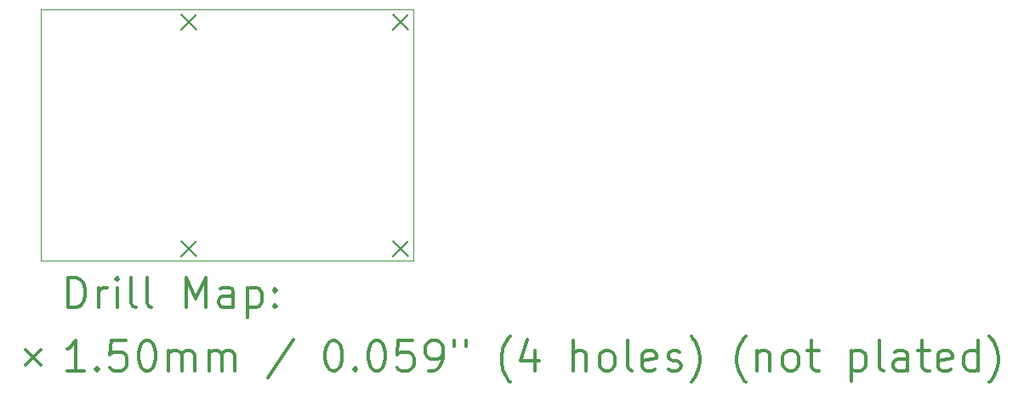
<source format=gbr>
%FSLAX45Y45*%
G04 Gerber Fmt 4.5, Leading zero omitted, Abs format (unit mm)*
G04 Created by KiCad (PCBNEW 4.0.4-stable) date 03/24/17 22:57:51*
%MOMM*%
%LPD*%
G01*
G04 APERTURE LIST*
%ADD10C,0.127000*%
%ADD11C,0.025000*%
%ADD12C,0.200000*%
%ADD13C,0.300000*%
G04 APERTURE END LIST*
D10*
D11*
X16560800Y-6050280D02*
X12857480Y-6050280D01*
X16560800Y-8554720D02*
X16560800Y-6050280D01*
X12857480Y-8554720D02*
X16560800Y-8554720D01*
X12857480Y-6050280D02*
X12857480Y-8554720D01*
D12*
X14250600Y-6097200D02*
X14400600Y-6247200D01*
X14400600Y-6097200D02*
X14250600Y-6247200D01*
X14250600Y-8357800D02*
X14400600Y-8507800D01*
X14400600Y-8357800D02*
X14250600Y-8507800D01*
X16358800Y-6097200D02*
X16508800Y-6247200D01*
X16508800Y-6097200D02*
X16358800Y-6247200D01*
X16358800Y-8357800D02*
X16508800Y-8507800D01*
X16508800Y-8357800D02*
X16358800Y-8507800D01*
D13*
X13127658Y-9021684D02*
X13127658Y-8721684D01*
X13199087Y-8721684D01*
X13241944Y-8735970D01*
X13270516Y-8764542D01*
X13284801Y-8793113D01*
X13299087Y-8850256D01*
X13299087Y-8893113D01*
X13284801Y-8950256D01*
X13270516Y-8978827D01*
X13241944Y-9007399D01*
X13199087Y-9021684D01*
X13127658Y-9021684D01*
X13427658Y-9021684D02*
X13427658Y-8821684D01*
X13427658Y-8878827D02*
X13441944Y-8850256D01*
X13456230Y-8835970D01*
X13484801Y-8821684D01*
X13513373Y-8821684D01*
X13613373Y-9021684D02*
X13613373Y-8821684D01*
X13613373Y-8721684D02*
X13599087Y-8735970D01*
X13613373Y-8750256D01*
X13627658Y-8735970D01*
X13613373Y-8721684D01*
X13613373Y-8750256D01*
X13799087Y-9021684D02*
X13770516Y-9007399D01*
X13756230Y-8978827D01*
X13756230Y-8721684D01*
X13956230Y-9021684D02*
X13927658Y-9007399D01*
X13913373Y-8978827D01*
X13913373Y-8721684D01*
X14299087Y-9021684D02*
X14299087Y-8721684D01*
X14399087Y-8935970D01*
X14499087Y-8721684D01*
X14499087Y-9021684D01*
X14770516Y-9021684D02*
X14770516Y-8864542D01*
X14756230Y-8835970D01*
X14727658Y-8821684D01*
X14670516Y-8821684D01*
X14641944Y-8835970D01*
X14770516Y-9007399D02*
X14741944Y-9021684D01*
X14670516Y-9021684D01*
X14641944Y-9007399D01*
X14627658Y-8978827D01*
X14627658Y-8950256D01*
X14641944Y-8921684D01*
X14670516Y-8907399D01*
X14741944Y-8907399D01*
X14770516Y-8893113D01*
X14913373Y-8821684D02*
X14913373Y-9121684D01*
X14913373Y-8835970D02*
X14941944Y-8821684D01*
X14999087Y-8821684D01*
X15027658Y-8835970D01*
X15041944Y-8850256D01*
X15056230Y-8878827D01*
X15056230Y-8964542D01*
X15041944Y-8993113D01*
X15027658Y-9007399D01*
X14999087Y-9021684D01*
X14941944Y-9021684D01*
X14913373Y-9007399D01*
X15184801Y-8993113D02*
X15199087Y-9007399D01*
X15184801Y-9021684D01*
X15170516Y-9007399D01*
X15184801Y-8993113D01*
X15184801Y-9021684D01*
X15184801Y-8835970D02*
X15199087Y-8850256D01*
X15184801Y-8864542D01*
X15170516Y-8850256D01*
X15184801Y-8835970D01*
X15184801Y-8864542D01*
X12706230Y-9440970D02*
X12856230Y-9590970D01*
X12856230Y-9440970D02*
X12706230Y-9590970D01*
X13284801Y-9651684D02*
X13113373Y-9651684D01*
X13199087Y-9651684D02*
X13199087Y-9351684D01*
X13170516Y-9394542D01*
X13141944Y-9423113D01*
X13113373Y-9437399D01*
X13413373Y-9623113D02*
X13427658Y-9637399D01*
X13413373Y-9651684D01*
X13399087Y-9637399D01*
X13413373Y-9623113D01*
X13413373Y-9651684D01*
X13699087Y-9351684D02*
X13556230Y-9351684D01*
X13541944Y-9494542D01*
X13556230Y-9480256D01*
X13584801Y-9465970D01*
X13656230Y-9465970D01*
X13684801Y-9480256D01*
X13699087Y-9494542D01*
X13713373Y-9523113D01*
X13713373Y-9594542D01*
X13699087Y-9623113D01*
X13684801Y-9637399D01*
X13656230Y-9651684D01*
X13584801Y-9651684D01*
X13556230Y-9637399D01*
X13541944Y-9623113D01*
X13899087Y-9351684D02*
X13927658Y-9351684D01*
X13956230Y-9365970D01*
X13970516Y-9380256D01*
X13984801Y-9408827D01*
X13999087Y-9465970D01*
X13999087Y-9537399D01*
X13984801Y-9594542D01*
X13970516Y-9623113D01*
X13956230Y-9637399D01*
X13927658Y-9651684D01*
X13899087Y-9651684D01*
X13870516Y-9637399D01*
X13856230Y-9623113D01*
X13841944Y-9594542D01*
X13827658Y-9537399D01*
X13827658Y-9465970D01*
X13841944Y-9408827D01*
X13856230Y-9380256D01*
X13870516Y-9365970D01*
X13899087Y-9351684D01*
X14127658Y-9651684D02*
X14127658Y-9451684D01*
X14127658Y-9480256D02*
X14141944Y-9465970D01*
X14170516Y-9451684D01*
X14213373Y-9451684D01*
X14241944Y-9465970D01*
X14256230Y-9494542D01*
X14256230Y-9651684D01*
X14256230Y-9494542D02*
X14270516Y-9465970D01*
X14299087Y-9451684D01*
X14341944Y-9451684D01*
X14370516Y-9465970D01*
X14384801Y-9494542D01*
X14384801Y-9651684D01*
X14527658Y-9651684D02*
X14527658Y-9451684D01*
X14527658Y-9480256D02*
X14541944Y-9465970D01*
X14570516Y-9451684D01*
X14613373Y-9451684D01*
X14641944Y-9465970D01*
X14656230Y-9494542D01*
X14656230Y-9651684D01*
X14656230Y-9494542D02*
X14670516Y-9465970D01*
X14699087Y-9451684D01*
X14741944Y-9451684D01*
X14770516Y-9465970D01*
X14784801Y-9494542D01*
X14784801Y-9651684D01*
X15370516Y-9337399D02*
X15113373Y-9723113D01*
X15756230Y-9351684D02*
X15784801Y-9351684D01*
X15813373Y-9365970D01*
X15827658Y-9380256D01*
X15841944Y-9408827D01*
X15856230Y-9465970D01*
X15856230Y-9537399D01*
X15841944Y-9594542D01*
X15827658Y-9623113D01*
X15813373Y-9637399D01*
X15784801Y-9651684D01*
X15756230Y-9651684D01*
X15727658Y-9637399D01*
X15713373Y-9623113D01*
X15699087Y-9594542D01*
X15684801Y-9537399D01*
X15684801Y-9465970D01*
X15699087Y-9408827D01*
X15713373Y-9380256D01*
X15727658Y-9365970D01*
X15756230Y-9351684D01*
X15984801Y-9623113D02*
X15999087Y-9637399D01*
X15984801Y-9651684D01*
X15970516Y-9637399D01*
X15984801Y-9623113D01*
X15984801Y-9651684D01*
X16184801Y-9351684D02*
X16213373Y-9351684D01*
X16241944Y-9365970D01*
X16256230Y-9380256D01*
X16270515Y-9408827D01*
X16284801Y-9465970D01*
X16284801Y-9537399D01*
X16270515Y-9594542D01*
X16256230Y-9623113D01*
X16241944Y-9637399D01*
X16213373Y-9651684D01*
X16184801Y-9651684D01*
X16156230Y-9637399D01*
X16141944Y-9623113D01*
X16127658Y-9594542D01*
X16113373Y-9537399D01*
X16113373Y-9465970D01*
X16127658Y-9408827D01*
X16141944Y-9380256D01*
X16156230Y-9365970D01*
X16184801Y-9351684D01*
X16556230Y-9351684D02*
X16413373Y-9351684D01*
X16399087Y-9494542D01*
X16413373Y-9480256D01*
X16441944Y-9465970D01*
X16513373Y-9465970D01*
X16541944Y-9480256D01*
X16556230Y-9494542D01*
X16570515Y-9523113D01*
X16570515Y-9594542D01*
X16556230Y-9623113D01*
X16541944Y-9637399D01*
X16513373Y-9651684D01*
X16441944Y-9651684D01*
X16413373Y-9637399D01*
X16399087Y-9623113D01*
X16713373Y-9651684D02*
X16770515Y-9651684D01*
X16799087Y-9637399D01*
X16813373Y-9623113D01*
X16841944Y-9580256D01*
X16856230Y-9523113D01*
X16856230Y-9408827D01*
X16841944Y-9380256D01*
X16827658Y-9365970D01*
X16799087Y-9351684D01*
X16741944Y-9351684D01*
X16713373Y-9365970D01*
X16699087Y-9380256D01*
X16684801Y-9408827D01*
X16684801Y-9480256D01*
X16699087Y-9508827D01*
X16713373Y-9523113D01*
X16741944Y-9537399D01*
X16799087Y-9537399D01*
X16827658Y-9523113D01*
X16841944Y-9508827D01*
X16856230Y-9480256D01*
X16970516Y-9351684D02*
X16970516Y-9408827D01*
X17084801Y-9351684D02*
X17084801Y-9408827D01*
X17527658Y-9765970D02*
X17513373Y-9751684D01*
X17484801Y-9708827D01*
X17470516Y-9680256D01*
X17456230Y-9637399D01*
X17441944Y-9565970D01*
X17441944Y-9508827D01*
X17456230Y-9437399D01*
X17470516Y-9394542D01*
X17484801Y-9365970D01*
X17513373Y-9323113D01*
X17527658Y-9308827D01*
X17770516Y-9451684D02*
X17770516Y-9651684D01*
X17699087Y-9337399D02*
X17627658Y-9551684D01*
X17813373Y-9551684D01*
X18156230Y-9651684D02*
X18156230Y-9351684D01*
X18284801Y-9651684D02*
X18284801Y-9494542D01*
X18270516Y-9465970D01*
X18241944Y-9451684D01*
X18199087Y-9451684D01*
X18170516Y-9465970D01*
X18156230Y-9480256D01*
X18470516Y-9651684D02*
X18441944Y-9637399D01*
X18427658Y-9623113D01*
X18413373Y-9594542D01*
X18413373Y-9508827D01*
X18427658Y-9480256D01*
X18441944Y-9465970D01*
X18470516Y-9451684D01*
X18513373Y-9451684D01*
X18541944Y-9465970D01*
X18556230Y-9480256D01*
X18570516Y-9508827D01*
X18570516Y-9594542D01*
X18556230Y-9623113D01*
X18541944Y-9637399D01*
X18513373Y-9651684D01*
X18470516Y-9651684D01*
X18741944Y-9651684D02*
X18713373Y-9637399D01*
X18699087Y-9608827D01*
X18699087Y-9351684D01*
X18970516Y-9637399D02*
X18941944Y-9651684D01*
X18884801Y-9651684D01*
X18856230Y-9637399D01*
X18841944Y-9608827D01*
X18841944Y-9494542D01*
X18856230Y-9465970D01*
X18884801Y-9451684D01*
X18941944Y-9451684D01*
X18970516Y-9465970D01*
X18984801Y-9494542D01*
X18984801Y-9523113D01*
X18841944Y-9551684D01*
X19099087Y-9637399D02*
X19127659Y-9651684D01*
X19184801Y-9651684D01*
X19213373Y-9637399D01*
X19227659Y-9608827D01*
X19227659Y-9594542D01*
X19213373Y-9565970D01*
X19184801Y-9551684D01*
X19141944Y-9551684D01*
X19113373Y-9537399D01*
X19099087Y-9508827D01*
X19099087Y-9494542D01*
X19113373Y-9465970D01*
X19141944Y-9451684D01*
X19184801Y-9451684D01*
X19213373Y-9465970D01*
X19327658Y-9765970D02*
X19341944Y-9751684D01*
X19370516Y-9708827D01*
X19384801Y-9680256D01*
X19399087Y-9637399D01*
X19413373Y-9565970D01*
X19413373Y-9508827D01*
X19399087Y-9437399D01*
X19384801Y-9394542D01*
X19370516Y-9365970D01*
X19341944Y-9323113D01*
X19327658Y-9308827D01*
X19870516Y-9765970D02*
X19856230Y-9751684D01*
X19827658Y-9708827D01*
X19813373Y-9680256D01*
X19799087Y-9637399D01*
X19784801Y-9565970D01*
X19784801Y-9508827D01*
X19799087Y-9437399D01*
X19813373Y-9394542D01*
X19827658Y-9365970D01*
X19856230Y-9323113D01*
X19870516Y-9308827D01*
X19984801Y-9451684D02*
X19984801Y-9651684D01*
X19984801Y-9480256D02*
X19999087Y-9465970D01*
X20027658Y-9451684D01*
X20070516Y-9451684D01*
X20099087Y-9465970D01*
X20113373Y-9494542D01*
X20113373Y-9651684D01*
X20299087Y-9651684D02*
X20270516Y-9637399D01*
X20256230Y-9623113D01*
X20241944Y-9594542D01*
X20241944Y-9508827D01*
X20256230Y-9480256D01*
X20270516Y-9465970D01*
X20299087Y-9451684D01*
X20341944Y-9451684D01*
X20370516Y-9465970D01*
X20384801Y-9480256D01*
X20399087Y-9508827D01*
X20399087Y-9594542D01*
X20384801Y-9623113D01*
X20370516Y-9637399D01*
X20341944Y-9651684D01*
X20299087Y-9651684D01*
X20484801Y-9451684D02*
X20599087Y-9451684D01*
X20527659Y-9351684D02*
X20527659Y-9608827D01*
X20541944Y-9637399D01*
X20570516Y-9651684D01*
X20599087Y-9651684D01*
X20927659Y-9451684D02*
X20927659Y-9751684D01*
X20927659Y-9465970D02*
X20956230Y-9451684D01*
X21013373Y-9451684D01*
X21041944Y-9465970D01*
X21056230Y-9480256D01*
X21070516Y-9508827D01*
X21070516Y-9594542D01*
X21056230Y-9623113D01*
X21041944Y-9637399D01*
X21013373Y-9651684D01*
X20956230Y-9651684D01*
X20927659Y-9637399D01*
X21241944Y-9651684D02*
X21213373Y-9637399D01*
X21199087Y-9608827D01*
X21199087Y-9351684D01*
X21484801Y-9651684D02*
X21484801Y-9494542D01*
X21470516Y-9465970D01*
X21441944Y-9451684D01*
X21384801Y-9451684D01*
X21356230Y-9465970D01*
X21484801Y-9637399D02*
X21456230Y-9651684D01*
X21384801Y-9651684D01*
X21356230Y-9637399D01*
X21341944Y-9608827D01*
X21341944Y-9580256D01*
X21356230Y-9551684D01*
X21384801Y-9537399D01*
X21456230Y-9537399D01*
X21484801Y-9523113D01*
X21584801Y-9451684D02*
X21699087Y-9451684D01*
X21627659Y-9351684D02*
X21627659Y-9608827D01*
X21641944Y-9637399D01*
X21670516Y-9651684D01*
X21699087Y-9651684D01*
X21913373Y-9637399D02*
X21884802Y-9651684D01*
X21827659Y-9651684D01*
X21799087Y-9637399D01*
X21784802Y-9608827D01*
X21784802Y-9494542D01*
X21799087Y-9465970D01*
X21827659Y-9451684D01*
X21884802Y-9451684D01*
X21913373Y-9465970D01*
X21927659Y-9494542D01*
X21927659Y-9523113D01*
X21784802Y-9551684D01*
X22184802Y-9651684D02*
X22184802Y-9351684D01*
X22184802Y-9637399D02*
X22156230Y-9651684D01*
X22099087Y-9651684D01*
X22070516Y-9637399D01*
X22056230Y-9623113D01*
X22041944Y-9594542D01*
X22041944Y-9508827D01*
X22056230Y-9480256D01*
X22070516Y-9465970D01*
X22099087Y-9451684D01*
X22156230Y-9451684D01*
X22184802Y-9465970D01*
X22299087Y-9765970D02*
X22313373Y-9751684D01*
X22341944Y-9708827D01*
X22356230Y-9680256D01*
X22370516Y-9637399D01*
X22384801Y-9565970D01*
X22384801Y-9508827D01*
X22370516Y-9437399D01*
X22356230Y-9394542D01*
X22341944Y-9365970D01*
X22313373Y-9323113D01*
X22299087Y-9308827D01*
M02*

</source>
